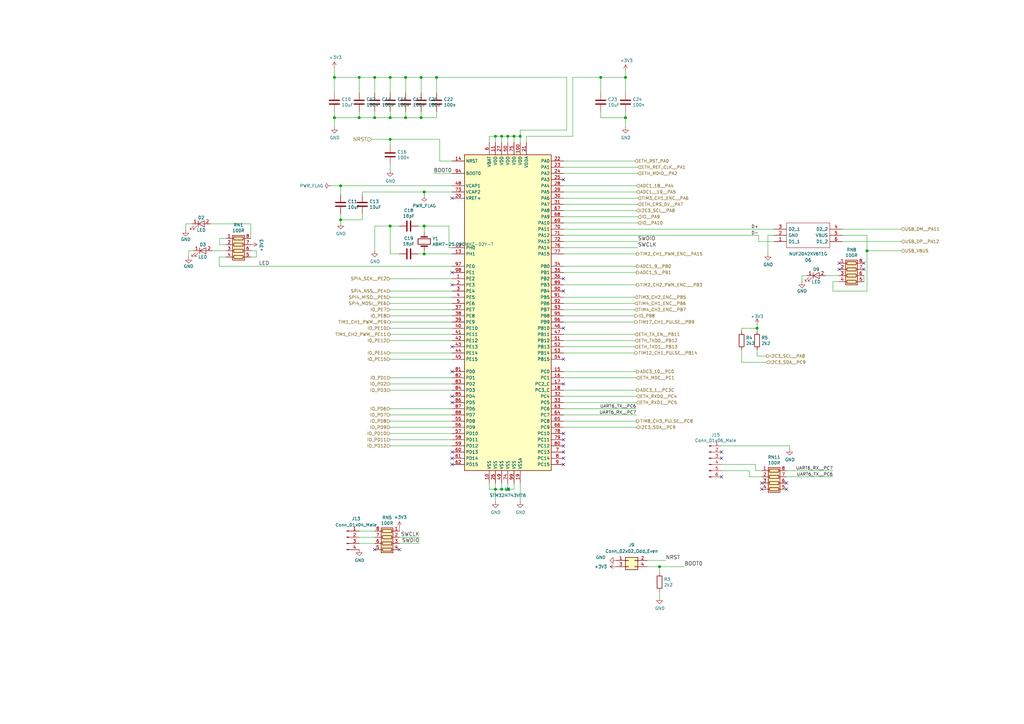
<source format=kicad_sch>
(kicad_sch (version 20211123) (generator eeschema)
  (paper "A3")
  (title_block (title "Uni printer") (date "2020-04-30") (rev "2.0") (company "Kartech") (comment 1 "jaroslaw.karwik@gmail.com"))
  (lib_symbols
    (symbol "Connector:Conn_01x04_Male" (pin_names (offset 1.016) hide)
      (property "Reference" "J" (at 0 5.08 0))
      (property "Value" "Conn_01x04_Male" (at 0 -7.62 0))
      (symbol "Conn_01x04_Male_1_1"
        (pin passive line (at 5.08 2.54 180) (length 3.81) (name "Pin_1") (number "1"))
        (pin passive line (at 5.08 0 180) (length 3.81) (name "Pin_2") (number "2"))
        (pin passive line (at 5.08 -2.54 180) (length 3.81) (name "Pin_3") (number "3"))
        (pin passive line (at 5.08 -5.08 180) (length 3.81) (name "Pin_4") (number "4"))
      )
    )
    (symbol "Connector:Conn_01x06_Male" (pin_names (offset 1.016) hide)
      (property "Reference" "J" (at 0 7.62 0))
      (property "Value" "Conn_01x06_Male" (at 0 -10.16 0))
      (symbol "Conn_01x06_Male_1_1"
        (pin passive line (at 5.08 5.08 180) (length 3.81) (name "Pin_1") (number "1"))
        (pin passive line (at 5.08 2.54 180) (length 3.81) (name "Pin_2") (number "2"))
        (pin passive line (at 5.08 0 180) (length 3.81) (name "Pin_3") (number "3"))
        (pin passive line (at 5.08 -2.54 180) (length 3.81) (name "Pin_4") (number "4"))
        (pin passive line (at 5.08 -5.08 180) (length 3.81) (name "Pin_5") (number "5"))
        (pin passive line (at 5.08 -7.62 180) (length 3.81) (name "Pin_6") (number "6"))
      )
    )
    (symbol "Connector_Generic:Conn_02x02_Odd_Even" (pin_names (offset 1.016) hide)
      (property "Reference" "J" (at 1.27 2.54 0))
      (property "Value" "Conn_02x02_Odd_Even" (at 1.27 -5.08 0))
      (symbol "Conn_02x02_Odd_Even_1_1"
        (pin passive line (at -5.08 0 0) (length 3.81) (name "Pin_1") (number "1"))
        (pin passive line (at 7.62 0 180) (length 3.81) (name "Pin_2") (number "2"))
        (pin passive line (at -5.08 -2.54 0) (length 3.81) (name "Pin_3") (number "3"))
        (pin passive line (at 7.62 -2.54 180) (length 3.81) (name "Pin_4") (number "4"))
      )
    )
    (symbol "Device:R_Pack04" (pin_names (offset 0) hide)
      (property "Reference" "RN" (at -7.62 0 90))
      (property "Value" "R_Pack04" (at 5.08 0 90))
      (symbol "R_Pack04_1_1"
        (pin passive line (at -5.08 -5.08 90) (length 2.54) (name "R1.1") (number "1"))
        (pin passive line (at -2.54 -5.08 90) (length 2.54) (name "R2.1") (number "2"))
        (pin passive line (at 0 -5.08 90) (length 2.54) (name "R3.1") (number "3"))
        (pin passive line (at 2.54 -5.08 90) (length 2.54) (name "R4.1") (number "4"))
        (pin passive line (at 2.54 5.08 270) (length 2.54) (name "R4.2") (number "5"))
        (pin passive line (at 0 5.08 270) (length 2.54) (name "R3.2") (number "6"))
        (pin passive line (at -2.54 5.08 270) (length 2.54) (name "R2.2") (number "7"))
        (pin passive line (at -5.08 5.08 270) (length 2.54) (name "R1.2") (number "8"))
      )
    )
    (symbol "MCU_ST_STM32H7:STM32H743VITx"
      (property "Reference" "U" (at -17.78 64.77 0))
      (property "Value" "STM32H743VITx" (at 10.16 64.77 0))
      (symbol "STM32H743VITx_1_1"
        (pin bidirectional line (at -22.86 12.7 0) (length 5.08) (name "PE2") (number "1"))
        (pin power_in line (at -7.62 -71.12 90) (length 5.08) (name "VSS") (number "10"))
        (pin power_in line (at 5.08 68.58 270) (length 5.08) (name "VDD") (number "100"))
        (pin power_in line (at -5.08 68.58 270) (length 5.08) (name "VDD") (number "11"))
        (pin input line (at -22.86 25.4 0) (length 5.08) (name "PH0") (number "12"))
        (pin input line (at -22.86 22.86 0) (length 5.08) (name "PH1") (number "13"))
        (pin input line (at -22.86 60.96 0) (length 5.08) (name "NRST") (number "14"))
        (pin bidirectional line (at 22.86 -25.4 180) (length 5.08) (name "PC0") (number "15"))
        (pin bidirectional line (at 22.86 -27.94 180) (length 5.08) (name "PC1") (number "16"))
        (pin bidirectional line (at 22.86 -30.48 180) (length 5.08) (name "PC2_C") (number "17"))
        (pin bidirectional line (at 22.86 -33.02 180) (length 5.08) (name "PC3_C") (number "18"))
        (pin power_in line (at 5.08 -71.12 90) (length 5.08) (name "VSSA") (number "19"))
        (pin bidirectional line (at -22.86 10.16 0) (length 5.08) (name "PE3") (number "2"))
        (pin bidirectional line (at -22.86 45.72 0) (length 5.08) (name "VREF+") (number "20"))
        (pin power_in line (at 7.62 68.58 270) (length 5.08) (name "VDDA") (number "21"))
        (pin bidirectional line (at 22.86 60.96 180) (length 5.08) (name "PA0") (number "22"))
        (pin bidirectional line (at 22.86 58.42 180) (length 5.08) (name "PA1") (number "23"))
        (pin bidirectional line (at 22.86 55.88 180) (length 5.08) (name "PA2") (number "24"))
        (pin bidirectional line (at 22.86 53.34 180) (length 5.08) (name "PA3") (number "25"))
        (pin power_in line (at -5.08 -71.12 90) (length 5.08) (name "VSS") (number "26"))
        (pin power_in line (at -2.54 68.58 270) (length 5.08) (name "VDD") (number "27"))
        (pin bidirectional line (at 22.86 50.8 180) (length 5.08) (name "PA4") (number "28"))
        (pin bidirectional line (at 22.86 48.26 180) (length 5.08) (name "PA5") (number "29"))
        (pin bidirectional line (at -22.86 7.62 0) (length 5.08) (name "PE4") (number "3"))
        (pin bidirectional line (at 22.86 45.72 180) (length 5.08) (name "PA6") (number "30"))
        (pin bidirectional line (at 22.86 43.18 180) (length 5.08) (name "PA7") (number "31"))
        (pin bidirectional line (at 22.86 -35.56 180) (length 5.08) (name "PC4") (number "32"))
        (pin bidirectional line (at 22.86 -38.1 180) (length 5.08) (name "PC5") (number "33"))
        (pin bidirectional line (at 22.86 17.78 180) (length 5.08) (name "PB0") (number "34"))
        (pin bidirectional line (at 22.86 15.24 180) (length 5.08) (name "PB1") (number "35"))
        (pin bidirectional line (at 22.86 12.7 180) (length 5.08) (name "PB2") (number "36"))
        (pin bidirectional line (at -22.86 0 0) (length 5.08) (name "PE7") (number "37"))
        (pin bidirectional line (at -22.86 -2.54 0) (length 5.08) (name "PE8") (number "38"))
        (pin bidirectional line (at -22.86 -5.08 0) (length 5.08) (name "PE9") (number "39"))
        (pin bidirectional line (at -22.86 5.08 0) (length 5.08) (name "PE5") (number "4"))
        (pin bidirectional line (at -22.86 -7.62 0) (length 5.08) (name "PE10") (number "40"))
        (pin bidirectional line (at -22.86 -10.16 0) (length 5.08) (name "PE11") (number "41"))
        (pin bidirectional line (at -22.86 -12.7 0) (length 5.08) (name "PE12") (number "42"))
        (pin bidirectional line (at -22.86 -15.24 0) (length 5.08) (name "PE13") (number "43"))
        (pin bidirectional line (at -22.86 -17.78 0) (length 5.08) (name "PE14") (number "44"))
        (pin bidirectional line (at -22.86 -20.32 0) (length 5.08) (name "PE15") (number "45"))
        (pin bidirectional line (at 22.86 -7.62 180) (length 5.08) (name "PB10") (number "46"))
        (pin bidirectional line (at 22.86 -10.16 180) (length 5.08) (name "PB11") (number "47"))
        (pin power_in line (at -22.86 50.8 0) (length 5.08) (name "VCAP1") (number "48"))
        (pin power_in line (at -2.54 -71.12 90) (length 5.08) (name "VSS") (number "49"))
        (pin bidirectional line (at -22.86 2.54 0) (length 5.08) (name "PE6") (number "5"))
        (pin power_in line (at 0 68.58 270) (length 5.08) (name "VDD") (number "50"))
        (pin bidirectional line (at 22.86 -12.7 180) (length 5.08) (name "PB12") (number "51"))
        (pin bidirectional line (at 22.86 -15.24 180) (length 5.08) (name "PB13") (number "52"))
        (pin bidirectional line (at 22.86 -17.78 180) (length 5.08) (name "PB14") (number "53"))
        (pin bidirectional line (at 22.86 -20.32 180) (length 5.08) (name "PB15") (number "54"))
        (pin bidirectional line (at -22.86 -45.72 0) (length 5.08) (name "PD8") (number "55"))
        (pin bidirectional line (at -22.86 -48.26 0) (length 5.08) (name "PD9") (number "56"))
        (pin bidirectional line (at -22.86 -50.8 0) (length 5.08) (name "PD10") (number "57"))
        (pin bidirectional line (at -22.86 -53.34 0) (length 5.08) (name "PD11") (number "58"))
        (pin bidirectional line (at -22.86 -55.88 0) (length 5.08) (name "PD12") (number "59"))
        (pin power_in line (at -7.62 68.58 270) (length 5.08) (name "VBAT") (number "6"))
        (pin bidirectional line (at -22.86 -58.42 0) (length 5.08) (name "PD13") (number "60"))
        (pin bidirectional line (at -22.86 -60.96 0) (length 5.08) (name "PD14") (number "61"))
        (pin bidirectional line (at -22.86 -63.5 0) (length 5.08) (name "PD15") (number "62"))
        (pin bidirectional line (at 22.86 -40.64 180) (length 5.08) (name "PC6") (number "63"))
        (pin bidirectional line (at 22.86 -43.18 180) (length 5.08) (name "PC7") (number "64"))
        (pin bidirectional line (at 22.86 -45.72 180) (length 5.08) (name "PC8") (number "65"))
        (pin bidirectional line (at 22.86 -48.26 180) (length 5.08) (name "PC9") (number "66"))
        (pin bidirectional line (at 22.86 40.64 180) (length 5.08) (name "PA8") (number "67"))
        (pin bidirectional line (at 22.86 38.1 180) (length 5.08) (name "PA9") (number "68"))
        (pin bidirectional line (at 22.86 35.56 180) (length 5.08) (name "PA10") (number "69"))
        (pin bidirectional line (at 22.86 -58.42 180) (length 5.08) (name "PC13") (number "7"))
        (pin bidirectional line (at 22.86 33.02 180) (length 5.08) (name "PA11") (number "70"))
        (pin bidirectional line (at 22.86 30.48 180) (length 5.08) (name "PA12") (number "71"))
        (pin bidirectional line (at 22.86 27.94 180) (length 5.08) (name "PA13") (number "72"))
        (pin power_in line (at -22.86 48.26 0) (length 5.08) (name "VCAP2") (number "73"))
        (pin power_in line (at 0 -71.12 90) (length 5.08) (name "VSS") (number "74"))
        (pin power_in line (at 2.54 68.58 270) (length 5.08) (name "VDD") (number "75"))
        (pin bidirectional line (at 22.86 25.4 180) (length 5.08) (name "PA14") (number "76"))
        (pin bidirectional line (at 22.86 22.86 180) (length 5.08) (name "PA15") (number "77"))
        (pin bidirectional line (at 22.86 -50.8 180) (length 5.08) (name "PC10") (number "78"))
        (pin bidirectional line (at 22.86 -53.34 180) (length 5.08) (name "PC11") (number "79"))
        (pin bidirectional line (at 22.86 -60.96 180) (length 5.08) (name "PC14") (number "8"))
        (pin bidirectional line (at 22.86 -55.88 180) (length 5.08) (name "PC12") (number "80"))
        (pin bidirectional line (at -22.86 -25.4 0) (length 5.08) (name "PD0") (number "81"))
        (pin bidirectional line (at -22.86 -27.94 0) (length 5.08) (name "PD1") (number "82"))
        (pin bidirectional line (at -22.86 -30.48 0) (length 5.08) (name "PD2") (number "83"))
        (pin bidirectional line (at -22.86 -33.02 0) (length 5.08) (name "PD3") (number "84"))
        (pin bidirectional line (at -22.86 -35.56 0) (length 5.08) (name "PD4") (number "85"))
        (pin bidirectional line (at -22.86 -38.1 0) (length 5.08) (name "PD5") (number "86"))
        (pin bidirectional line (at -22.86 -40.64 0) (length 5.08) (name "PD6") (number "87"))
        (pin bidirectional line (at -22.86 -43.18 0) (length 5.08) (name "PD7") (number "88"))
        (pin bidirectional line (at 22.86 10.16 180) (length 5.08) (name "PB3") (number "89"))
        (pin bidirectional line (at 22.86 -63.5 180) (length 5.08) (name "PC15") (number "9"))
        (pin bidirectional line (at 22.86 7.62 180) (length 5.08) (name "PB4") (number "90"))
        (pin bidirectional line (at 22.86 5.08 180) (length 5.08) (name "PB5") (number "91"))
        (pin bidirectional line (at 22.86 2.54 180) (length 5.08) (name "PB6") (number "92"))
        (pin bidirectional line (at 22.86 0 180) (length 5.08) (name "PB7") (number "93"))
        (pin input line (at -22.86 55.88 0) (length 5.08) (name "BOOT0") (number "94"))
        (pin bidirectional line (at 22.86 -2.54 180) (length 5.08) (name "PB8") (number "95"))
        (pin bidirectional line (at 22.86 -5.08 180) (length 5.08) (name "PB9") (number "96"))
        (pin bidirectional line (at -22.86 17.78 0) (length 5.08) (name "PE0") (number "97"))
        (pin bidirectional line (at -22.86 15.24 0) (length 5.08) (name "PE1") (number "98"))
        (pin power_in line (at 2.54 -71.12 90) (length 5.08) (name "VSS") (number "99"))
      )
    )
    (symbol "NUF2042XV6T1G:NUF2042XV6T1G" (pin_names (offset 0.762))
      (property "Reference" "D" (at 24.13 7.62 0))
      (property "Value" "NUF2042XV6T1G" (at 24.13 5.08 0))
      (symbol "NUF2042XV6T1G_0_0"
        (pin unspecified line (at 0 0 0) (length 5.08) (name "D1_1") (number "1"))
        (pin unspecified line (at 0 -2.54 0) (length 5.08) (name "GND") (number "2"))
        (pin unspecified line (at 0 -5.08 0) (length 5.08) (name "D2_1") (number "3"))
        (pin unspecified line (at 27.94 -5.08 180) (length 5.08) (name "D2_2") (number "4"))
        (pin unspecified line (at 27.94 -2.54 180) (length 5.08) (name "VBUS") (number "5"))
        (pin unspecified line (at 27.94 0 180) (length 5.08) (name "D1_2") (number "6"))
      )
    )
    (symbol "Uni_Printer-rescue:C-Device" (pin_numbers hide) (pin_names (offset 0.254))
      (property "Reference" "C" (at 0.635 2.54 0))
      (property "Value" "C-Device" (at 0.635 -2.54 0))
      (symbol "C-Device_1_1"
        (pin passive line (at 0 3.81 270) (length 2.794) (name "~") (number "1"))
        (pin passive line (at 0 -3.81 90) (length 2.794) (name "~") (number "2"))
      )
    )
    (symbol "Uni_Printer-rescue:Crystal-Device" (pin_numbers hide) (pin_names (offset 1.016) hide)
      (property "Reference" "Y" (at 0 3.81 0))
      (property "Value" "Crystal-Device" (at 0 -3.81 0))
      (symbol "Crystal-Device_1_1"
        (pin passive line (at -3.81 0 0) (length 1.27) (name "1") (number "1"))
        (pin passive line (at 3.81 0 180) (length 1.27) (name "2") (number "2"))
      )
    )
    (symbol "Uni_Printer-rescue:GND-Sensor_tank_v1-rescue-Uni_General_v1-rescue-Uni_Printer_v1-rescue" (power) (pin_names (offset 0))
      (property "Value" "GND-Sensor_tank_v1-rescue-Uni_General_v1-rescue-Uni_Printer_v1-rescue" (at 0 -3.81 0))
      (symbol "GND-Sensor_tank_v1-rescue-Uni_General_v1-rescue-Uni_Printer_v1-rescue_1_1"
        (pin power_in line (at 0 0 270) (length 0) hide (name "GND") (number "1"))
      )
    )
    (symbol "Uni_Printer-rescue:GND-lampa_uv-cache-Sensor_tank_v1-rescue-Uni_General_v1-rescue-Uni_Printer_v1-rescue" (power) (pin_names (offset 0))
      (property "Value" "GND-lampa_uv-cache-Sensor_tank_v1-rescue-Uni_General_v1-rescue-Uni_Printer_v1-rescue" (at 0 -3.81 0))
      (symbol "GND-lampa_uv-cache-Sensor_tank_v1-rescue-Uni_General_v1-rescue-Uni_Printer_v1-rescue_1_1"
        (pin power_in line (at 0 0 270) (length 0) hide (name "GND") (number "1"))
      )
    )
    (symbol "Uni_Printer-rescue:LED-Sensor_tank_v1-rescue-Uni_General_v1-rescue-Uni_Printer_v1-rescue" (pin_names (offset 1.016) hide)
      (property "Reference" "D" (at 0 2.54 0))
      (property "Value" "LED-Sensor_tank_v1-rescue-Uni_General_v1-rescue-Uni_Printer_v1-rescue" (at 0 -2.54 0))
      (symbol "LED-Sensor_tank_v1-rescue-Uni_General_v1-rescue-Uni_Printer_v1-rescue_1_1"
        (pin passive line (at -3.81 0 0) (length 2.54) (name "K") (number "1"))
        (pin passive line (at 3.81 0 180) (length 2.54) (name "A") (number "2"))
      )
    )
    (symbol "Uni_Printer-rescue:PWR_FLAG-mfc_base_lib-Sensor_tank_v1-rescue-Uni_General_v1-rescue-Uni_Printer_v1-rescue" (power) (pin_numbers hide) (pin_names (offset 0) hide)
      (property "Value" "PWR_FLAG-mfc_base_lib-Sensor_tank_v1-rescue-Uni_General_v1-rescue-Uni_Printer_v1-rescue" (at 0 3.81 0))
      (symbol "PWR_FLAG-mfc_base_lib-Sensor_tank_v1-rescue-Uni_General_v1-rescue-Uni_Printer_v1-rescue_0_0"
        (pin power_out line (at 0 0 90) (length 0) (name "pwr") (number "1"))
      )
    )
    (symbol "Uni_Printer-rescue:R-Device" (pin_numbers hide) (pin_names (offset 0))
      (property "Reference" "R" (at 2.032 0 90))
      (property "Value" "R-Device" (at 0 0 90))
      (symbol "R-Device_1_1"
        (pin passive line (at 0 3.81 270) (length 1.27) (name "~") (number "1"))
        (pin passive line (at 0 -3.81 90) (length 1.27) (name "~") (number "2"))
      )
    )
    (symbol "Uni_Printer-rescue:R_Pack04-Device" (pin_names (offset 0) hide)
      (property "Reference" "RN" (at -7.62 0 90))
      (property "Value" "R_Pack04-Device" (at 5.08 0 90))
      (symbol "R_Pack04-Device_1_1"
        (pin passive line (at -5.08 -5.08 90) (length 2.54) (name "R1.1") (number "1"))
        (pin passive line (at -2.54 -5.08 90) (length 2.54) (name "R2.1") (number "2"))
        (pin passive line (at 0 -5.08 90) (length 2.54) (name "R3.1") (number "3"))
        (pin passive line (at 2.54 -5.08 90) (length 2.54) (name "R4.1") (number "4"))
        (pin passive line (at 2.54 5.08 270) (length 2.54) (name "R4.2") (number "5"))
        (pin passive line (at 0 5.08 270) (length 2.54) (name "R3.2") (number "6"))
        (pin passive line (at -2.54 5.08 270) (length 2.54) (name "R2.2") (number "7"))
        (pin passive line (at -5.08 5.08 270) (length 2.54) (name "R1.2") (number "8"))
      )
    )
    (symbol "Uni_Printer_v1-rescue:GND-lampa_uv-cache-Sensor_tank_v1-rescue-Uni_General_v1-rescue" (power) (pin_names (offset 0))
      (property "Value" "GND-lampa_uv-cache-Sensor_tank_v1-rescue-Uni_General_v1-rescue" (at 0 -3.81 0))
      (symbol "GND-lampa_uv-cache-Sensor_tank_v1-rescue-Uni_General_v1-rescue_1_1"
        (pin power_in line (at 0 0 270) (length 0) hide (name "GND") (number "1"))
      )
    )
    (symbol "power:+3V3" (power) (pin_names (offset 0))
      (property "Value" "+3V3" (at 0 3.556 0))
      (symbol "+3V3_1_1"
        (pin power_in line (at 0 0 90) (length 0) hide (name "+3V3") (number "1"))
      )
    )
  )
  (junction (at 139.7 90.17) (diameter 1.016))
  (junction (at 166.37 48.26) (diameter 1.016))
  (junction (at 137.16 31.75) (diameter 1.016))
  (junction (at 173.99 78.74) (diameter 1.016))
  (junction (at 205.74 55.88) (diameter 1.016))
  (junction (at 213.36 55.88) (diameter 1.016))
  (junction (at 208.28 200.66) (diameter 1.016))
  (junction (at 160.02 92.71) (diameter 1.016))
  (junction (at 210.82 55.88) (diameter 1.016))
  (junction (at 203.2 55.88) (diameter 1.016))
  (junction (at 147.32 31.75) (diameter 1.016))
  (junction (at 137.16 48.26) (diameter 1.016))
  (junction (at 256.54 48.26) (diameter 1.016))
  (junction (at 166.37 31.75) (diameter 1.016))
  (junction (at 208.28 55.88) (diameter 1.016))
  (junction (at 153.67 48.26) (diameter 1.016))
  (junction (at 205.74 200.66) (diameter 1.016))
  (junction (at 160.02 57.15) (diameter 1.016))
  (junction (at 160.02 48.26) (diameter 1.016))
  (junction (at 246.38 31.75) (diameter 1.016))
  (junction (at 139.7 76.2) (diameter 1.016))
  (junction (at 172.72 48.26) (diameter 1.016))
  (junction (at 153.67 31.75) (diameter 1.016))
  (junction (at 173.99 104.14) (diameter 1.016))
  (junction (at 147.32 48.26) (diameter 1.016))
  (junction (at 310.515 134.62) (diameter 1.016))
  (junction (at 270.51 232.41) (diameter 1.016))
  (junction (at 172.72 31.75) (diameter 1.016))
  (junction (at 179.07 31.75) (diameter 1.016))
  (junction (at 173.99 92.71) (diameter 1.016))
  (junction (at 203.2 200.66) (diameter 1.016))
  (junction (at 355.6 102.87) (diameter 1.016))
  (junction (at 160.02 31.75) (diameter 1.016))
  (junction (at 256.54 31.75) (diameter 1.016))
  (no_connect (at 185.42 152.4))
  (no_connect (at 231.14 147.32))
  (no_connect (at 231.14 190.5))
  (no_connect (at 322.58 198.12))
  (no_connect (at 231.14 134.62))
  (no_connect (at 185.42 81.28))
  (no_connect (at 312.42 198.12))
  (no_connect (at 344.17 110.49))
  (no_connect (at 185.42 185.42))
  (no_connect (at 185.42 111.76))
  (no_connect (at 163.83 225.425))
  (no_connect (at 185.42 162.56))
  (no_connect (at 185.42 165.1))
  (no_connect (at 354.33 110.49))
  (no_connect (at 231.14 182.88))
  (no_connect (at 231.14 114.3))
  (no_connect (at 312.42 200.66))
  (no_connect (at 295.91 195.58))
  (no_connect (at 231.14 185.42))
  (no_connect (at 185.42 187.96))
  (no_connect (at 185.42 116.84))
  (no_connect (at 231.14 73.66))
  (no_connect (at 295.91 185.42))
  (no_connect (at 344.17 107.95))
  (no_connect (at 354.33 107.95))
  (no_connect (at 231.14 177.8))
  (no_connect (at 231.14 187.96))
  (no_connect (at 231.14 119.38))
  (no_connect (at 153.67 225.425))
  (no_connect (at 322.58 200.66))
  (no_connect (at 231.14 180.34))
  (no_connect (at 185.42 142.24))
  (no_connect (at 295.91 187.96))
  (no_connect (at 231.14 157.48))
  (no_connect (at 185.42 190.5))
  (wire (pts (xy 185.42 144.78) (xy 160.02 144.78)))
  (wire (pts (xy 77.343 102.87) (xy 77.343 105.41)))
  (wire (pts (xy 246.38 38.1) (xy 246.38 31.75)))
  (wire (pts (xy 323.85 182.88) (xy 323.85 184.15)))
  (wire (pts (xy 246.38 48.26) (xy 256.54 48.26)))
  (wire (pts (xy 185.42 129.54) (xy 160.02 129.54)))
  (wire (pts (xy 310.515 133.35) (xy 310.515 134.62)))
  (wire (pts (xy 210.82 55.88) (xy 210.82 58.42)))
  (wire (pts (xy 307.34 193.04) (xy 307.34 195.58)))
  (wire (pts (xy 234.95 31.75) (xy 246.38 31.75)))
  (wire (pts (xy 231.14 170.18) (xy 260.985 170.18)))
  (wire (pts (xy 173.99 95.25) (xy 173.99 92.71)))
  (wire (pts (xy 309.88 190.5) (xy 309.88 193.04)))
  (wire (pts (xy 311.15 99.06) (xy 311.15 96.52)))
  (wire (pts (xy 185.42 177.8) (xy 160.02 177.8)))
  (wire (pts (xy 231.14 78.74) (xy 260.985 78.74)))
  (wire (pts (xy 139.7 76.2) (xy 135.89 76.2)))
  (wire (pts (xy 160.02 57.15) (xy 180.34 57.15)))
  (wire (pts (xy 185.42 104.14) (xy 173.99 104.14)))
  (wire (pts (xy 160.02 137.16) (xy 185.42 137.16)))
  (wire (pts (xy 341.63 115.57) (xy 341.63 119.38)))
  (wire (pts (xy 231.14 139.7) (xy 260.35 139.7)))
  (wire (pts (xy 148.59 80.01) (xy 148.59 78.74)))
  (wire (pts (xy 310.515 146.05) (xy 314.325 146.05)))
  (wire (pts (xy 152.4 57.15) (xy 160.02 57.15)))
  (wire (pts (xy 205.74 200.66) (xy 203.2 200.66)))
  (wire (pts (xy 92.71 105.41) (xy 89.916 105.41)))
  (wire (pts (xy 231.14 93.98) (xy 317.5 93.98)))
  (wire (pts (xy 179.07 48.26) (xy 179.07 45.72)))
  (wire (pts (xy 147.32 48.26) (xy 137.16 48.26)))
  (wire (pts (xy 137.16 52.07) (xy 137.16 48.26)))
  (wire (pts (xy 185.42 154.94) (xy 160.1114 154.94)))
  (wire (pts (xy 231.14 121.92) (xy 260.35 121.92)))
  (wire (pts (xy 260.985 160.02) (xy 231.14 160.02)))
  (wire (pts (xy 208.28 200.66) (xy 205.74 200.66)))
  (wire (pts (xy 160.02 119.38) (xy 185.42 119.38)))
  (wire (pts (xy 231.14 76.2) (xy 260.985 76.2)))
  (wire (pts (xy 345.44 93.98) (xy 369.57 93.98)))
  (wire (pts (xy 213.36 53.34) (xy 232.41 53.34)))
  (wire (pts (xy 304.165 135.89) (xy 304.165 134.62)))
  (wire (pts (xy 203.2 55.88) (xy 205.74 55.88)))
  (wire (pts (xy 246.38 45.72) (xy 246.38 48.26)))
  (wire (pts (xy 173.99 78.74) (xy 185.42 78.74)))
  (wire (pts (xy 139.7 90.17) (xy 148.59 90.17)))
  (wire (pts (xy 265.43 232.41) (xy 270.51 232.41)))
  (wire (pts (xy 137.16 48.26) (xy 137.16 45.72)))
  (wire (pts (xy 160.02 132.08) (xy 185.42 132.08)))
  (wire (pts (xy 205.74 55.88) (xy 208.28 55.88)))
  (wire (pts (xy 231.14 101.6) (xy 261.62 101.6)))
  (wire (pts (xy 317.5 99.06) (xy 311.15 99.06)))
  (wire (pts (xy 309.88 193.04) (xy 312.42 193.04)))
  (wire (pts (xy 147.32 31.75) (xy 137.16 31.75)))
  (wire (pts (xy 203.2 200.66) (xy 200.66 200.66)))
  (wire (pts (xy 355.6 96.52) (xy 355.6 102.87)))
  (wire (pts (xy 210.82 200.66) (xy 208.28 200.66)))
  (wire (pts (xy 185.42 170.18) (xy 160.02 170.18)))
  (wire (pts (xy 89.916 109.22) (xy 185.42 109.22)))
  (wire (pts (xy 166.37 31.75) (xy 172.72 31.75)))
  (wire (pts (xy 231.14 71.12) (xy 261.62 71.12)))
  (wire (pts (xy 231.14 91.44) (xy 261.62 91.44)))
  (wire (pts (xy 185.42 139.7) (xy 160.02 139.7)))
  (wire (pts (xy 185.42 167.64) (xy 160.02 167.64)))
  (wire (pts (xy 208.28 55.88) (xy 210.82 55.88)))
  (wire (pts (xy 160.02 114.3) (xy 185.42 114.3)))
  (wire (pts (xy 270.51 232.41) (xy 280.67 232.41)))
  (wire (pts (xy 354.33 113.03) (xy 354.33 115.57)))
  (wire (pts (xy 79.375 102.87) (xy 77.343 102.87)))
  (wire (pts (xy 231.14 109.22) (xy 260.985 109.22)))
  (wire (pts (xy 295.91 193.04) (xy 307.34 193.04)))
  (wire (pts (xy 231.14 162.56) (xy 260.985 162.56)))
  (wire (pts (xy 205.74 198.12) (xy 205.74 200.66)))
  (wire (pts (xy 185.42 76.2) (xy 139.7 76.2)))
  (wire (pts (xy 304.165 148.59) (xy 314.325 148.59)))
  (wire (pts (xy 153.67 48.26) (xy 147.32 48.26)))
  (wire (pts (xy 200.66 200.66) (xy 200.66 198.12)))
  (wire (pts (xy 173.99 92.71) (xy 171.45 92.71)))
  (wire (pts (xy 86.995 102.87) (xy 92.71 102.87)))
  (wire (pts (xy 160.02 121.92) (xy 185.42 121.92)))
  (wire (pts (xy 232.41 53.34) (xy 232.41 31.75)))
  (wire (pts (xy 317.5 96.52) (xy 314.96 96.52)))
  (wire (pts (xy 185.42 175.26) (xy 160.02 175.26)))
  (wire (pts (xy 260.985 152.4) (xy 231.14 152.4)))
  (wire (pts (xy 185.42 172.72) (xy 160.02 172.72)))
  (wire (pts (xy 310.515 143.51) (xy 310.515 146.05)))
  (wire (pts (xy 185.42 127) (xy 160.02 127)))
  (wire (pts (xy 369.57 99.06) (xy 345.44 99.06)))
  (wire (pts (xy 184.15 92.71) (xy 184.15 101.6)))
  (wire (pts (xy 231.14 104.14) (xy 260.985 104.14)))
  (wire (pts (xy 102.87 91.821) (xy 86.36 91.821)))
  (wire (pts (xy 231.14 175.26) (xy 260.985 175.26)))
  (wire (pts (xy 203.2 55.88) (xy 203.2 58.42)))
  (wire (pts (xy 231.14 96.52) (xy 311.15 96.52)))
  (wire (pts (xy 160.02 104.14) (xy 163.83 104.14)))
  (wire (pts (xy 148.59 90.17) (xy 148.59 87.63)))
  (wire (pts (xy 147.32 48.26) (xy 147.32 45.72)))
  (wire (pts (xy 215.9 55.88) (xy 234.95 55.88)))
  (wire (pts (xy 137.16 31.75) (xy 137.16 27.94)))
  (wire (pts (xy 260.35 129.54) (xy 231.14 129.54)))
  (wire (pts (xy 330.962 113.03) (xy 328.93 113.03)))
  (wire (pts (xy 355.6 102.87) (xy 369.57 102.87)))
  (wire (pts (xy 180.34 57.15) (xy 180.34 66.04)))
  (wire (pts (xy 310.515 134.62) (xy 310.515 135.89)))
  (wire (pts (xy 160.02 48.26) (xy 153.67 48.26)))
  (wire (pts (xy 148.59 78.74) (xy 173.99 78.74)))
  (wire (pts (xy 231.14 127) (xy 260.35 127)))
  (wire (pts (xy 147.32 38.1) (xy 147.32 31.75)))
  (wire (pts (xy 231.14 81.28) (xy 261.62 81.28)))
  (wire (pts (xy 160.02 182.88) (xy 185.42 182.88)))
  (wire (pts (xy 234.95 55.88) (xy 234.95 31.75)))
  (wire (pts (xy 153.67 102.87) (xy 153.67 92.71)))
  (wire (pts (xy 90.043 97.79) (xy 90.043 100.33)))
  (wire (pts (xy 139.7 87.63) (xy 139.7 90.17)))
  (wire (pts (xy 172.72 38.1) (xy 172.72 31.75)))
  (wire (pts (xy 185.42 180.34) (xy 160.02 180.34)))
  (wire (pts (xy 102.87 97.79) (xy 102.87 91.821)))
  (wire (pts (xy 160.02 57.15) (xy 160.02 59.69)))
  (wire (pts (xy 261.62 68.58) (xy 231.14 68.58)))
  (wire (pts (xy 314.96 96.52) (xy 314.96 104.14)))
  (wire (pts (xy 179.07 48.26) (xy 172.72 48.26)))
  (wire (pts (xy 205.74 55.88) (xy 205.74 58.42)))
  (wire (pts (xy 153.67 48.26) (xy 153.67 45.72)))
  (wire (pts (xy 345.44 96.52) (xy 355.6 96.52)))
  (wire (pts (xy 231.14 142.24) (xy 260.35 142.24)))
  (wire (pts (xy 231.14 124.46) (xy 260.35 124.46)))
  (wire (pts (xy 177.8 71.12) (xy 185.42 71.12)))
  (wire (pts (xy 185.42 160.02) (xy 160.02 160.02)))
  (wire (pts (xy 341.63 115.57) (xy 344.17 115.57)))
  (wire (pts (xy 160.02 38.1) (xy 160.02 31.75)))
  (wire (pts (xy 90.043 100.33) (xy 92.71 100.33)))
  (wire (pts (xy 261.62 83.82) (xy 231.14 83.82)))
  (wire (pts (xy 231.14 99.06) (xy 261.62 99.06)))
  (wire (pts (xy 322.58 195.58) (xy 341.63 195.58)))
  (wire (pts (xy 231.14 165.1) (xy 260.985 165.1)))
  (wire (pts (xy 270.51 232.41) (xy 270.51 234.95)))
  (wire (pts (xy 163.83 92.71) (xy 160.02 92.71)))
  (wire (pts (xy 203.2 205.74) (xy 203.2 200.66)))
  (wire (pts (xy 78.74 91.821) (xy 76.2 91.821)))
  (wire (pts (xy 295.91 190.5) (xy 309.88 190.5)))
  (wire (pts (xy 328.93 113.03) (xy 328.93 115.57)))
  (wire (pts (xy 203.2 200.66) (xy 203.2 198.12)))
  (wire (pts (xy 166.37 38.1) (xy 166.37 31.75)))
  (wire (pts (xy 163.83 217.805) (xy 163.83 216.535)))
  (wire (pts (xy 200.66 55.88) (xy 203.2 55.88)))
  (wire (pts (xy 322.58 193.04) (xy 341.63 193.04)))
  (wire (pts (xy 208.28 198.12) (xy 208.28 200.66)))
  (wire (pts (xy 172.72 48.26) (xy 172.72 45.72)))
  (wire (pts (xy 231.14 137.16) (xy 260.35 137.16)))
  (wire (pts (xy 265.43 229.87) (xy 273.05 229.87)))
  (wire (pts (xy 256.54 38.1) (xy 256.54 31.75)))
  (wire (pts (xy 166.37 48.26) (xy 166.37 45.72)))
  (wire (pts (xy 213.36 55.88) (xy 213.36 58.42)))
  (wire (pts (xy 185.42 134.62) (xy 160.02 134.62)))
  (wire (pts (xy 208.28 55.88) (xy 208.28 58.42)))
  (wire (pts (xy 213.36 53.34) (xy 213.36 55.88)))
  (wire (pts (xy 231.14 66.04) (xy 260.35 66.04)))
  (wire (pts (xy 147.32 222.885) (xy 153.67 222.885)))
  (wire (pts (xy 89.916 105.41) (xy 89.916 109.22)))
  (wire (pts (xy 200.66 58.42) (xy 200.66 55.88)))
  (wire (pts (xy 153.67 31.75) (xy 160.02 31.75)))
  (wire (pts (xy 137.16 38.1) (xy 137.16 31.75)))
  (wire (pts (xy 105.156 105.41) (xy 102.87 105.41)))
  (wire (pts (xy 173.99 78.74) (xy 173.99 80.01)))
  (wire (pts (xy 179.07 38.1) (xy 179.07 31.75)))
  (wire (pts (xy 139.7 76.2) (xy 139.7 80.01)))
  (wire (pts (xy 270.51 242.57) (xy 270.51 245.11)))
  (wire (pts (xy 341.63 119.38) (xy 355.6 119.38)))
  (wire (pts (xy 139.7 90.17) (xy 139.7 91.44)))
  (wire (pts (xy 210.82 198.12) (xy 210.82 200.66)))
  (wire (pts (xy 90.043 97.79) (xy 92.71 97.79)))
  (wire (pts (xy 231.14 132.08) (xy 260.35 132.08)))
  (wire (pts (xy 185.42 157.48) (xy 160.02 157.48)))
  (wire (pts (xy 256.54 45.72) (xy 256.54 48.26)))
  (wire (pts (xy 338.582 113.03) (xy 344.17 113.03)))
  (wire (pts (xy 160.02 124.46) (xy 185.42 124.46)))
  (wire (pts (xy 147.32 217.805) (xy 153.67 217.805)))
  (wire (pts (xy 213.36 198.12) (xy 213.36 205.74)))
  (wire (pts (xy 153.67 92.71) (xy 160.02 92.71)))
  (wire (pts (xy 231.14 86.36) (xy 260.985 86.36)))
  (wire (pts (xy 153.67 38.1) (xy 153.67 31.75)))
  (wire (pts (xy 173.99 104.14) (xy 171.45 104.14)))
  (wire (pts (xy 304.165 134.62) (xy 310.515 134.62)))
  (wire (pts (xy 256.54 48.26) (xy 256.54 52.07)))
  (wire (pts (xy 260.35 144.78) (xy 231.14 144.78)))
  (wire (pts (xy 260.985 172.72) (xy 231.14 172.72)))
  (wire (pts (xy 172.72 48.26) (xy 166.37 48.26)))
  (wire (pts (xy 166.37 48.26) (xy 160.02 48.26)))
  (wire (pts (xy 185.42 66.04) (xy 180.34 66.04)))
  (wire (pts (xy 160.02 69.85) (xy 160.02 67.31)))
  (wire (pts (xy 76.2 91.821) (xy 76.2 94.361)))
  (wire (pts (xy 173.99 104.14) (xy 173.99 102.87)))
  (wire (pts (xy 231.14 154.94) (xy 260.985 154.94)))
  (wire (pts (xy 304.165 143.51) (xy 304.165 148.59)))
  (wire (pts (xy 355.6 102.87) (xy 355.6 119.38)))
  (wire (pts (xy 295.91 182.88) (xy 323.85 182.88)))
  (wire (pts (xy 256.54 31.75) (xy 256.54 29.21)))
  (wire (pts (xy 173.99 92.71) (xy 184.15 92.71)))
  (wire (pts (xy 260.985 111.76) (xy 231.14 111.76)))
  (wire (pts (xy 102.87 102.87) (xy 105.156 102.87)))
  (wire (pts (xy 184.15 101.6) (xy 185.42 101.6)))
  (wire (pts (xy 179.07 31.75) (xy 232.41 31.75)))
  (wire (pts (xy 105.156 102.87) (xy 105.156 105.41)))
  (wire (pts (xy 231.14 88.9) (xy 261.62 88.9)))
  (wire (pts (xy 160.02 48.26) (xy 160.02 45.72)))
  (wire (pts (xy 231.14 116.84) (xy 260.985 116.84)))
  (wire (pts (xy 147.32 220.345) (xy 153.67 220.345)))
  (wire (pts (xy 147.32 31.75) (xy 153.67 31.75)))
  (wire (pts (xy 160.02 92.71) (xy 160.02 104.14)))
  (wire (pts (xy 256.54 31.75) (xy 246.38 31.75)))
  (wire (pts (xy 307.34 195.58) (xy 312.42 195.58)))
  (wire (pts (xy 163.83 222.885) (xy 172.085 222.885)))
  (wire (pts (xy 163.83 220.345) (xy 172.085 220.345)))
  (wire (pts (xy 215.9 55.88) (xy 215.9 58.42)))
  (wire (pts (xy 210.82 55.88) (xy 213.36 55.88)))
  (wire (pts (xy 160.02 31.75) (xy 166.37 31.75)))
  (wire (pts (xy 260.985 167.64) (xy 231.14 167.64)))
  (wire (pts (xy 179.07 31.75) (xy 172.72 31.75)))
  (wire (pts (xy 185.42 147.32) (xy 160.02 147.32)))
  (label "SWCLK" (at 261.62 101.6 0) (effects (font (size 1.524 1.524))))
  (label "UART6_RX__PC7" (at 260.985 170.18 180))
  (label "LED" (at 110.49 109.22 180) (effects (font (size 1.524 1.524))))
  (label "NRST" (at 273.05 229.87 0) (effects (font (size 1.524 1.524))))
  (label "SWCLK" (at 172.085 220.345 180) (effects (font (size 1.524 1.524))))
  (label "UART6_TX__PC6" (at 260.985 167.64 180))
  (label "D+" (at 311.15 93.98 180))
  (label "SWDIO" (at 172.085 222.885 180) (effects (font (size 1.524 1.524))))
  (label "SWDIO" (at 261.62 99.06 0) (effects (font (size 1.524 1.524))))
  (label "BOOT0" (at 280.67 232.41 0) (effects (font (size 1.524 1.524))))
  (label "D-" (at 311.15 96.52 180))
  (label "UART6_TX__PC6" (at 341.63 195.58 180))
  (label "BOOT0" (at 177.8 71.12 0) (effects (font (size 1.524 1.524))))
  (label "UART6_RX__PC7" (at 341.63 193.04 180))
  (hierarchical_label "SPI4_SCK__PE2" (shape input) (at 160.02 114.3 180))
  (hierarchical_label "IO_PB8" (shape output) (at 260.35 129.54 0))
  (hierarchical_label "ETH_REF_CLK__PA1" (shape input) (at 261.62 68.58 0))
  (hierarchical_label "TIM2_CH1_PWM_ENC__PA15" (shape output) (at 260.985 104.14 0))
  (hierarchical_label "TIM8_CH3_PULSE__PC8" (shape output) (at 260.985 172.72 0))
  (hierarchical_label "IO__PA10" (shape input) (at 261.62 91.44 0))
  (hierarchical_label "IO_PD6" (shape input) (at 160.02 167.64 180))
  (hierarchical_label "ETH_RST_PA0" (shape input) (at 260.35 66.04 0))
  (hierarchical_label "IO_PE12" (shape input) (at 160.02 139.7 180))
  (hierarchical_label "USB_VBUS" (shape input) (at 369.57 102.87 0))
  (hierarchical_label "ETH_RXD1__PC5" (shape input) (at 260.985 165.1 0))
  (hierarchical_label "TIM1_CH1_PWM__PE9" (shape output) (at 160.02 132.08 180))
  (hierarchical_label "ADC3_10__PC0" (shape output) (at 260.985 152.4 0))
  (hierarchical_label "SPI4_MOSI__PE6" (shape input) (at 160.02 124.46 180))
  (hierarchical_label "TIM17_CH1_PULSE__PB9" (shape output) (at 260.35 132.08 0))
  (hierarchical_label "I2C3_SDA__PC9" (shape input) (at 314.325 148.59 0))
  (hierarchical_label "TIM4_CH1_ENC__PB6" (shape input) (at 260.35 124.46 0))
  (hierarchical_label "I2C3_SCL__PA8" (shape output) (at 314.325 146.05 0))
  (hierarchical_label "SPI4_MISO__PE5" (shape input) (at 160.02 121.92 180))
  (hierarchical_label "IO_PD8" (shape input) (at 160.02 172.72 180))
  (hierarchical_label "IO_PE7" (shape input) (at 160.02 127 180))
  (hierarchical_label "ADC3_1__PC3C" (shape output) (at 260.985 160.02 0))
  (hierarchical_label "TIM4_CH2_ENC__PB7" (shape input) (at 260.35 127 0))
  (hierarchical_label "USB_DM__PA11" (shape input) (at 369.57 93.98 0))
  (hierarchical_label "IO__PA9" (shape input) (at 261.62 88.9 0))
  (hierarchical_label "IO_PE10" (shape input) (at 160.02 134.62 180))
  (hierarchical_label "TIM12_CH1_PULSE__PB14" (shape output) (at 260.35 144.78 0))
  (hierarchical_label "IO_PD7" (shape input) (at 160.02 170.18 180))
  (hierarchical_label "ETH_TX_EN__PB11" (shape input) (at 260.35 137.16 0))
  (hierarchical_label "IO_PE8" (shape input) (at 160.02 129.54 180))
  (hierarchical_label "IO_PD2" (shape input) (at 160.02 157.48 180))
  (hierarchical_label "ETH_RXD0__PC4" (shape input) (at 260.985 162.56 0))
  (hierarchical_label "IO_PD1" (shape input) (at 160.1114 154.94 180))
  (hierarchical_label "USB_DP__PA12" (shape input) (at 369.57 99.06 0))
  (hierarchical_label "ADC1_18__PA4" (shape input) (at 260.985 76.2 0))
  (hierarchical_label "IO_PE14" (shape input) (at 160.02 144.78 180))
  (hierarchical_label "NRST" (shape input) (at 152.4 57.15 180) (effects (font (size 1.524 1.524))))
  (hierarchical_label "ETH_TXD0__PB12" (shape input) (at 260.35 139.7 0))
  (hierarchical_label "ADC1__19__PA5" (shape input) (at 260.985 78.74 0))
  (hierarchical_label "IO_PD9" (shape input) (at 160.02 175.26 180))
  (hierarchical_label "ETH_CRS_DV__PA7" (shape input) (at 261.62 83.82 0))
  (hierarchical_label "IO_PD11" (shape input) (at 160.02 180.34 180))
  (hierarchical_label "TIM1_CH2_PWM__PE11" (shape output) (at 160.02 137.16 180))
  (hierarchical_label "TIM3_CH2_ENC__PB5" (shape input) (at 260.35 121.92 0))
  (hierarchical_label "ADC1_5__PB1" (shape output) (at 260.985 111.76 0))
  (hierarchical_label "ETH_MDIO__PA2" (shape input) (at 261.62 71.12 0))
  (hierarchical_label "ETH_TXD1__PB13" (shape input) (at 260.35 142.24 0))
  (hierarchical_label "I2C3_SDA__PC9" (shape input) (at 260.985 175.26 0))
  (hierarchical_label "IO_PD10" (shape input) (at 160.02 177.8 180))
  (hierarchical_label "I2C3_SCL__PA8" (shape input) (at 260.985 86.36 0))
  (hierarchical_label "TIM3_CH1_ENC__PA6" (shape input) (at 261.62 81.28 0))
  (hierarchical_label "ADC1_9__PB0" (shape output) (at 260.985 109.22 0))
  (hierarchical_label "IO_PD3" (shape input) (at 160.02 160.02 180))
  (hierarchical_label "ETH_MDC__PC1" (shape input) (at 260.985 154.94 0))
  (hierarchical_label "IO_PD12" (shape input) (at 160.02 182.88 180))
  (hierarchical_label "TIM2_CH2_PWM_ENC___PB3" (shape output) (at 260.985 116.84 0))
  (hierarchical_label "IO_PE15" (shape input) (at 160.02 147.32 180))
  (hierarchical_label "SPI4_NSS__PE4" (shape input) (at 160.02 119.38 180))
  (symbol (lib_id "Uni_Printer-rescue:C-Device") (at 172.72 41.91 0) (unit 1)
    (property "Reference" "C20" (at 175.641 40.7416 0) (effects (justify left)))
    (property "Value" "100n" (at 175.641 43.053 0) (effects (justify left)))
    (property "Footprint" "Capacitor_SMD:C_0603_1608Metric" (effects hide))
  )
  (symbol (lib_id "Uni_Printer-rescue:C-Device") (at 166.37 41.91 0) (unit 1)
    (property "Reference" "C17" (at 169.291 40.7416 0) (effects (justify left)))
    (property "Value" "100n" (at 169.291 43.053 0) (effects (justify left)))
    (property "Footprint" "Capacitor_SMD:C_0603_1608Metric" (effects hide))
  )
  (symbol (lib_id "Uni_Printer-rescue:C-Device") (at 160.02 41.91 0) (unit 1)
    (property "Reference" "C15" (at 162.941 40.7416 0) (effects (justify left)))
    (property "Value" "100n" (at 162.941 43.053 0) (effects (justify left)))
    (property "Footprint" "Capacitor_SMD:C_0603_1608Metric" (effects hide))
  )
  (symbol (lib_id "Uni_Printer-rescue:C-Device") (at 153.67 41.91 0) (unit 1)
    (property "Reference" "C14" (at 156.591 40.7416 0) (effects (justify left)))
    (property "Value" "100n" (at 156.591 43.053 0) (effects (justify left)))
    (property "Footprint" "Capacitor_SMD:C_0603_1608Metric" (effects hide))
  )
  (symbol (lib_id "Uni_Printer-rescue:C-Device") (at 147.32 41.91 0) (unit 1)
    (property "Reference" "C12" (at 150.241 40.7416 0) (effects (justify left)))
    (property "Value" "100n" (at 150.241 43.053 0) (effects (justify left)))
    (property "Footprint" "Capacitor_SMD:C_0603_1608Metric" (effects hide))
  )
  (symbol (lib_id "power:+3V3") (at 137.16 27.94 0) (unit 1)
    (property "Reference" "#PWR038" (effects hide))
    (property "Value" "+3V3" (at 137.541 23.5458 0))
  )
  (symbol (lib_id "Uni_Printer-rescue:GND-lampa_uv-cache-Sensor_tank_v1-rescue-Uni_General_v1-rescue-Uni_Printer_v1-rescue") (at 137.16 52.07 0) (unit 1)
    (property "Reference" "#PWR039" (effects hide))
    (property "Value" "GND" (at 137.287 56.4642 0))
  )
  (symbol (lib_id "Uni_Printer-rescue:C-Device") (at 246.38 41.91 0) (unit 1)
    (property "Reference" "C23" (at 249.301 40.7416 0) (effects (justify left)))
    (property "Value" "10uF" (at 249.301 43.053 0) (effects (justify left)))
    (property "Footprint" "Capacitor_SMD:C_0603_1608Metric" (effects hide))
  )
  (symbol (lib_id "Uni_Printer-rescue:C-Device") (at 256.54 41.91 0) (unit 1)
    (property "Reference" "C24" (at 259.461 40.7416 0) (effects (justify left)))
    (property "Value" "100n" (at 259.461 43.053 0) (effects (justify left)))
    (property "Footprint" "Capacitor_SMD:C_0603_1608Metric" (effects hide))
  )
  (symbol (lib_id "power:+3V3") (at 256.54 29.21 0) (unit 1)
    (property "Reference" "#PWR051" (effects hide))
    (property "Value" "+3V3" (at 256.921 24.8158 0))
  )
  (symbol (lib_id "Uni_Printer-rescue:GND-lampa_uv-cache-Sensor_tank_v1-rescue-Uni_General_v1-rescue-Uni_Printer_v1-rescue") (at 256.54 52.07 0) (unit 1)
    (property "Reference" "#PWR052" (effects hide))
    (property "Value" "GND" (at 256.667 56.4642 0))
  )
  (symbol (lib_id "Uni_Printer-rescue:C-Device") (at 139.7 83.82 0) (unit 1)
    (property "Reference" "C11" (at 142.621 82.6516 0) (effects (justify left)))
    (property "Value" "10uF" (at 142.621 84.963 0) (effects (justify left)))
    (property "Footprint" "Capacitor_SMD:C_0603_1608Metric" (effects hide))
  )
  (symbol (lib_id "Uni_Printer-rescue:Crystal-Device") (at 173.99 99.06 270) (unit 1)
    (property "Reference" "Y1" (at 177.3174 97.8916 90) (effects (justify left)))
    (property "Value" "ABM7-25.000MHZ-D2Y-T" (at 177.3174 100.203 90) (effects (justify left)))
    (property "Footprint" "moje:XTAL500X320X130N_v2" (effects hide))
    (property "TME" "ABM7-25.000MHZ-D2Y" (effects hide))
    (property "Category" "Xtal" (effects hide))
  )
  (symbol (lib_id "Uni_Printer-rescue:C-Device") (at 148.59 83.82 0) (unit 1)
    (property "Reference" "C13" (at 151.511 82.6516 0) (effects (justify left)))
    (property "Value" "10uF" (at 151.511 84.963 0) (effects (justify left)))
    (property "Footprint" "Capacitor_SMD:C_0603_1608Metric" (effects hide))
  )
  (symbol (lib_id "Uni_Printer-rescue:C-Device") (at 167.64 92.71 270) (unit 1)
    (property "Reference" "C18" (at 167.64 86.3092 90))
    (property "Value" "18pF" (at 167.64 88.6206 90))
    (property "Footprint" "Capacitor_SMD:C_0603_1608Metric" (effects hide))
  )
  (symbol (lib_id "Uni_Printer-rescue:C-Device") (at 167.64 104.14 270) (unit 1)
    (property "Reference" "C19" (at 167.64 97.7392 90))
    (property "Value" "18pF" (at 167.64 100.0506 90))
    (property "Footprint" "Capacitor_SMD:C_0603_1608Metric" (effects hide))
  )
  (symbol (lib_id "Uni_Printer-rescue:GND-lampa_uv-cache-Sensor_tank_v1-rescue-Uni_General_v1-rescue-Uni_Printer_v1-rescue") (at 153.67 102.87 0) (unit 1)
    (property "Reference" "#PWR043" (effects hide))
    (property "Value" "GND" (at 153.797 107.2642 0))
  )
  (symbol (lib_id "Uni_Printer-rescue:GND-lampa_uv-cache-Sensor_tank_v1-rescue-Uni_General_v1-rescue-Uni_Printer_v1-rescue") (at 139.7 91.44 0) (unit 1)
    (property "Reference" "#PWR040" (effects hide))
    (property "Value" "GND" (at 139.827 95.8342 0))
  )
  (symbol (lib_id "Uni_Printer-rescue:PWR_FLAG-mfc_base_lib-Sensor_tank_v1-rescue-Uni_General_v1-rescue-Uni_Printer_v1-rescue") (at 135.89 76.2 90) (unit 1)
    (property "Reference" "#FLG06" (effects hide))
    (property "Value" "PWR_FLAG" (at 132.6388 76.2 90) (effects (justify left)))
  )
  (symbol (lib_id "Uni_Printer-rescue:PWR_FLAG-mfc_base_lib-Sensor_tank_v1-rescue-Uni_General_v1-rescue-Uni_Printer_v1-rescue") (at 173.99 80.01 180) (unit 1)
    (property "Reference" "#FLG07" (effects hide))
    (property "Value" "PWR_FLAG" (at 173.99 84.4042 0))
  )
  (symbol (lib_id "Uni_Printer-rescue:R_Pack04-Device") (at 158.75 222.885 90) (mirror x) (unit 1)
    (property "Reference" "RN5" (at 158.75 212.2932 90))
    (property "Value" "100R" (at 158.75 214.6046 90))
    (property "Footprint" "moje:R_Array_Convex_4x0603" (effects hide))
    (property "TME" "DR1206-100R-4/8" (effects hide))
  )
  (symbol (lib_id "Uni_Printer-rescue:R-Device") (at 270.51 238.76 0) (unit 1)
    (property "Reference" "R3" (at 272.288 237.5916 0) (effects (justify left)))
    (property "Value" "2k2" (at 272.288 239.903 0) (effects (justify left)))
    (property "Footprint" "Resistor_SMD:R_0603_1608Metric" (effects hide))
  )
  (symbol (lib_id "power:+3V3") (at 252.73 232.41 90) (unit 1)
    (property "Reference" "#PWR042" (effects hide))
    (property "Value" "+3V3" (at 246.38 232.41 90))
  )
  (symbol (lib_id "power:+3V3") (at 163.83 216.535 0) (unit 1)
    (property "Reference" "#PWR045" (effects hide))
    (property "Value" "+3V3" (at 164.211 212.1408 0))
  )
  (symbol (lib_id "Uni_Printer-rescue:C-Device") (at 160.02 63.5 0) (unit 1)
    (property "Reference" "C16" (at 162.941 62.3316 0) (effects (justify left)))
    (property "Value" "100n" (at 162.941 64.643 0) (effects (justify left)))
    (property "Footprint" "Capacitor_SMD:C_0603_1608Metric" (effects hide))
  )
  (symbol (lib_id "Uni_Printer-rescue:GND-lampa_uv-cache-Sensor_tank_v1-rescue-Uni_General_v1-rescue-Uni_Printer_v1-rescue") (at 160.02 69.85 0) (unit 1)
    (property "Reference" "#PWR044" (effects hide))
    (property "Value" "GND" (at 160.147 74.2442 0))
  )
  (symbol (lib_id "Uni_Printer-rescue:GND-lampa_uv-cache-Sensor_tank_v1-rescue-Uni_General_v1-rescue-Uni_Printer_v1-rescue") (at 270.51 245.11 0) (unit 1)
    (property "Reference" "#PWR046" (effects hide))
    (property "Value" "GND" (at 270.637 249.5042 0))
  )
  (symbol (lib_id "Uni_Printer-rescue:GND-lampa_uv-cache-Sensor_tank_v1-rescue-Uni_General_v1-rescue-Uni_Printer_v1-rescue") (at 213.36 205.74 0) (unit 1)
    (property "Reference" "#PWR049" (effects hide))
    (property "Value" "GND" (at 213.487 210.1342 0))
  )
  (symbol (lib_id "Uni_Printer-rescue:GND-lampa_uv-cache-Sensor_tank_v1-rescue-Uni_General_v1-rescue-Uni_Printer_v1-rescue") (at 203.2 205.74 0) (unit 1)
    (property "Reference" "#PWR047" (effects hide))
    (property "Value" "GND" (at 203.327 210.1342 0))
  )
  (symbol (lib_id "Uni_Printer-rescue:GND-lampa_uv-cache-Sensor_tank_v1-rescue-Uni_General_v1-rescue-Uni_Printer_v1-rescue") (at 252.73 229.87 270) (unit 1)
    (property "Reference" "#PWR050" (effects hide))
    (property "Value" "GND" (at 246.38 228.6 90))
  )
  (symbol (lib_id "Uni_Printer-rescue:LED-Sensor_tank_v1-rescue-Uni_General_v1-rescue-Uni_Printer_v1-rescue") (at 82.55 91.821 0) (unit 1)
    (property "Reference" "D2" (at 82.55 89.281 0))
    (property "Value" "LED" (at 82.55 94.361 0))
    (property "Footprint" "LED_SMD:LED_0805_2012Metric" (effects hide))
  )
  (symbol (lib_id "Uni_Printer-rescue:GND-Sensor_tank_v1-rescue-Uni_General_v1-rescue-Uni_Printer_v1-rescue") (at 76.2 94.361 0) (unit 1)
    (property "Reference" "#PWR033" (effects hide))
    (property "Value" "GND" (at 76.2 98.171 0))
  )
  (symbol (lib_id "Uni_Printer-rescue:R-Device") (at 304.165 139.7 0) (unit 1)
    (property "Reference" "R4" (at 305.943 138.5316 0) (effects (justify left)))
    (property "Value" "2k2" (at 305.943 140.843 0) (effects (justify left)))
    (property "Footprint" "Resistor_SMD:R_0603_1608Metric" (effects hide))
  )
  (symbol (lib_id "power:+3V3") (at 310.515 133.35 0) (unit 1)
    (property "Reference" "#PWR053" (effects hide))
    (property "Value" "+3.3V" (at 310.515 129.794 0))
  )
  (symbol (lib_id "Uni_Printer-rescue:R-Device") (at 310.515 139.7 0) (unit 1)
    (property "Reference" "R5" (at 312.293 138.5316 0) (effects (justify left)))
    (property "Value" "2k2" (at 312.293 140.843 0) (effects (justify left)))
    (property "Footprint" "Resistor_SMD:R_0603_1608Metric" (effects hide))
  )
  (symbol (lib_id "Uni_Printer-rescue:R_Pack04-Device") (at 97.79 102.87 270) (unit 1)
    (property "Reference" "RN1" (at 97.79 92.2782 90))
    (property "Value" "100R" (at 97.79 94.5896 90))
    (property "Footprint" "moje:R_Array_Convex_4x0603" (effects hide))
    (property "TME" "DR1206-100R-4/8" (effects hide))
  )
  (symbol (lib_id "Uni_Printer-rescue:GND-Sensor_tank_v1-rescue-Uni_General_v1-rescue-Uni_Printer_v1-rescue") (at 77.343 105.41 0) (unit 1)
    (property "Reference" "#PWR034" (effects hide))
    (property "Value" "GND" (at 77.343 109.22 0))
  )
  (symbol (lib_id "Uni_Printer-rescue:GND-lampa_uv-cache-Sensor_tank_v1-rescue-Uni_General_v1-rescue-Uni_Printer_v1-rescue") (at 314.96 104.14 0) (unit 1)
    (property "Reference" "#PWR0124" (effects hide))
    (property "Value" "GND" (at 315.087 108.5342 0))
  )
  (symbol (lib_id "Uni_Printer-rescue:GND-Sensor_tank_v1-rescue-Uni_General_v1-rescue-Uni_Printer_v1-rescue") (at 328.93 115.57 0) (unit 1)
    (property "Reference" "#PWR0125" (effects hide))
    (property "Value" "GND" (at 328.93 119.38 0))
  )
  (symbol (lib_id "Uni_Printer-rescue:LED-Sensor_tank_v1-rescue-Uni_General_v1-rescue-Uni_Printer_v1-rescue") (at 83.185 102.87 0) (unit 1)
    (property "Reference" "D3" (at 83.185 100.33 0))
    (property "Value" "LED" (at 83.185 105.41 0))
    (property "Footprint" "LED_SMD:LED_0805_2012Metric" (effects hide))
  )
  (symbol (lib_id "Uni_Printer-rescue:LED-Sensor_tank_v1-rescue-Uni_General_v1-rescue-Uni_Printer_v1-rescue") (at 334.772 113.03 0) (unit 1)
    (property "Reference" "D9" (at 334.772 110.49 0))
    (property "Value" "LED" (at 334.772 115.57 0))
    (property "Footprint" "LED_SMD:LED_0805_2012Metric" (effects hide))
  )
  (symbol (lib_id "Uni_Printer-rescue:C-Device") (at 179.07 41.91 0) (unit 1)
    (property "Reference" "C22" (at 181.991 40.7416 0) (effects (justify left)))
    (property "Value" "100n" (at 181.991 43.053 0) (effects (justify left)))
    (property "Footprint" "Capacitor_SMD:C_0603_1608Metric" (effects hide))
  )
  (symbol (lib_id "Uni_Printer-rescue:R_Pack04-Device") (at 349.25 113.03 270) (unit 1)
    (property "Reference" "RN8" (at 349.25 102.4382 90))
    (property "Value" "100R" (at 349.25 104.7496 90))
    (property "Footprint" "moje:R_Array_Convex_4x0603" (effects hide))
    (property "TME" "DR1206-100R-4/8" (effects hide))
  )
  (symbol (lib_id "NUF2042XV6T1G:NUF2042XV6T1G") (at 317.5 99.06 0) (mirror x) (unit 1)
    (property "Reference" "D6" (at 331.47 106.68 0))
    (property "Value" "NUF2042XV6T1G" (at 331.47 104.14 0))
    (property "Footprint" "moje:SOT50P160X60-6N" (effects hide))
    (property "TME" "NUF2042XV6T1G" (effects hide))
  )
  (symbol (lib_id "Uni_Printer-rescue:C-Device") (at 137.16 41.91 0) (unit 1)
    (property "Reference" "C10" (at 140.081 40.7416 0) (effects (justify left)))
    (property "Value" "10uF" (at 140.081 43.053 0) (effects (justify left)))
    (property "Footprint" "Capacitor_SMD:C_0603_1608Metric" (effects hide))
  )
  (symbol (lib_id "power:+3V3") (at 102.87 100.33 270) (unit 1)
    (property "Reference" "#PWR0105" (effects hide))
    (property "Value" "+3V3" (at 107.2642 100.711 0))
  )
  (symbol (lib_id "Connector:Conn_01x06_Male") (at 290.83 187.96 0) (unit 1)
    (property "Reference" "J15" (at 293.5224 178.3588 0))
    (property "Value" "Conn_01x06_Male" (at 293.5224 180.6702 0))
    (property "Footprint" "Connector_PinHeader_2.54mm:PinHeader_1x06_P2.54mm_Vertical" (effects hide))
  )
  (symbol (lib_id "Device:R_Pack04") (at 317.5 198.12 270) (unit 1)
    (property "Reference" "RN11" (at 317.5 187.5282 90))
    (property "Value" "100R" (at 317.5 189.8396 90))
    (property "Footprint" "moje:R_Array_Convex_4x0603" (effects hide))
    (property "TME" "DR1206-390K-4/8" (effects hide))
  )
  (symbol (lib_id "Connector:Conn_01x04_Male") (at 142.24 220.345 0) (unit 1)
    (property "Reference" "J13" (at 146.05 212.725 0))
    (property "Value" "Conn_01x04_Male" (at 146.05 215.265 0))
    (property "Footprint" "Connector_PinHeader_2.54mm:PinHeader_1x04_P2.54mm_Vertical" (effects hide))
  )
  (symbol (lib_id "MCU_ST_STM32H7:STM32H743VITx") (at 208.28 127 0) (unit 1)
    (property "Reference" "U1" (at 208.28 200.66 0))
    (property "Value" "STM32H743VIT6" (at 208.28 203.2 0))
    (property "Footprint" "Package_QFP:LQFP-100_14x14mm_P0.5mm" (effects hide))
    (property "Digi" "497-17720-ND" (effects hide))
    (property "Category" "Processor" (effects hide))
  )
  (symbol (lib_id "Uni_Printer_v1-rescue:GND-lampa_uv-cache-Sensor_tank_v1-rescue-Uni_General_v1-rescue") (at 323.85 184.15 0) (unit 1)
    (property "Reference" "#PWR0166" (effects hide))
    (property "Value" "GND" (at 323.977 188.5442 0))
  )
  (symbol (lib_id "Uni_Printer-rescue:GND-lampa_uv-cache-Sensor_tank_v1-rescue-Uni_General_v1-rescue-Uni_Printer_v1-rescue") (at 147.32 225.425 0) (unit 1)
    (property "Reference" "#PWR0123" (effects hide))
    (property "Value" "GND" (at 147.447 229.8192 0))
  )
  (symbol (lib_id "Connector_Generic:Conn_02x02_Odd_Even") (at 257.81 229.87 0) (unit 1)
    (property "Reference" "J9" (at 259.08 223.52 0))
    (property "Value" "Conn_02x02_Odd_Even" (at 259.08 226.06 0))
    (property "Footprint" "Connector_PinHeader_2.54mm:PinHeader_2x02_P2.54mm_Vertical" (effects hide))
  )
)
</source>
